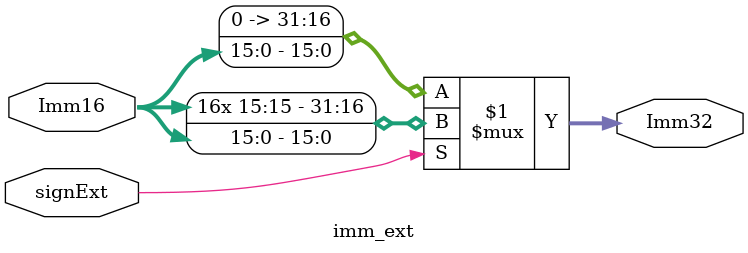
<source format=v>
module imm_ext(Imm16, signExt, Imm32);
    
   input  [15:0] Imm16;
   input         signExt;
   output [31:0] Imm32;
   
   assign Imm32 = (signExt) ? {{16{Imm16[15]}}, Imm16} : {16'd0, Imm16}; // signed-extension or zero extension
       
endmodule

</source>
